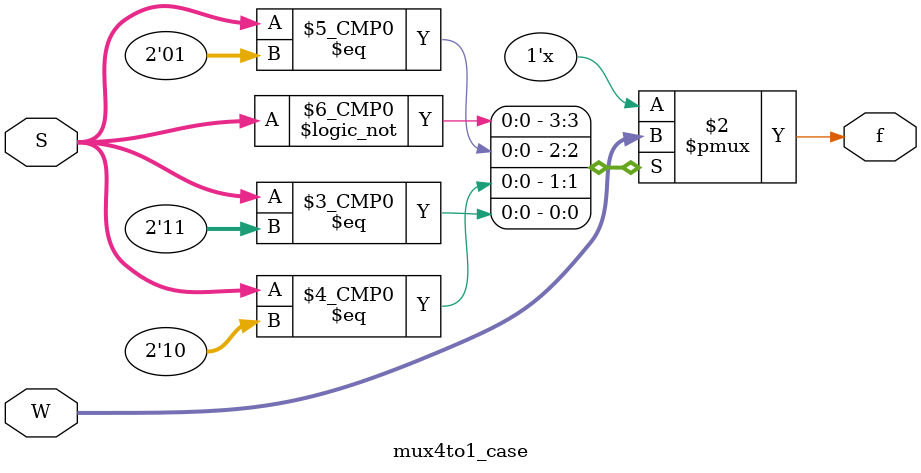
<source format=v>
module mux4to1_case(W, S, f);
    input [0:3] W;
    input [1:0] S;
    output f;
    reg f;

    always @ (W or S)
        case (S)
          0: f = W[0];
          1: f = W[1];
          2: f = W[2];
          3: f = W[3];
        endcase

endmodule

</source>
